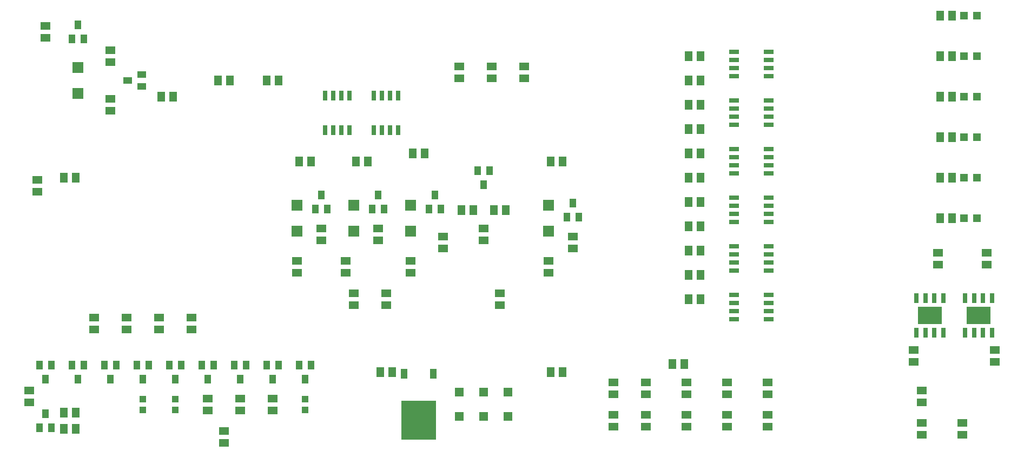
<source format=gbr>
G04 EAGLE Gerber X2 export*
%TF.Part,Single*%
%TF.FileFunction,Paste,Top*%
%TF.FilePolarity,Positive*%
%TF.GenerationSoftware,Autodesk,EAGLE,9.1.3*%
%TF.CreationDate,2020-03-16T01:18:41Z*%
G75*
%MOMM*%
%FSLAX34Y34*%
%LPD*%
%AMOC8*
5,1,8,0,0,1.08239X$1,22.5*%
G01*
%ADD10R,1.300000X1.500000*%
%ADD11R,1.500000X1.300000*%
%ADD12R,1.000000X1.400000*%
%ADD13R,0.800000X1.532000*%
%ADD14R,3.810000X2.794000*%
%ADD15R,5.400000X6.200000*%
%ADD16R,1.000000X1.600000*%
%ADD17R,1.200000X1.200000*%
%ADD18R,1.525000X0.700000*%
%ADD19R,1.100000X1.000000*%
%ADD20R,0.700000X1.525000*%
%ADD21R,1.700000X1.800000*%
%ADD22R,1.400000X1.000000*%
%ADD23R,1.400000X1.400000*%


D10*
X98400Y165100D03*
X79400Y165100D03*
D11*
X584200Y358800D03*
X584200Y377800D03*
X1422400Y206400D03*
X1422400Y225400D03*
X762000Y358800D03*
X762000Y377800D03*
X330200Y142900D03*
X330200Y161900D03*
X533400Y358800D03*
X533400Y377800D03*
X800100Y733400D03*
X800100Y714400D03*
X749300Y733400D03*
X749300Y714400D03*
X698500Y733400D03*
X698500Y714400D03*
X279400Y320700D03*
X279400Y339700D03*
X228600Y320700D03*
X228600Y339700D03*
X25400Y206400D03*
X25400Y225400D03*
X177800Y320700D03*
X177800Y339700D03*
X127000Y320700D03*
X127000Y339700D03*
X990600Y219100D03*
X990600Y238100D03*
X406400Y212700D03*
X406400Y193700D03*
X1054100Y219100D03*
X1054100Y238100D03*
X355600Y212700D03*
X355600Y193700D03*
X1117600Y219100D03*
X1117600Y238100D03*
X304800Y212700D03*
X304800Y193700D03*
X1181100Y219100D03*
X1181100Y238100D03*
D12*
X60300Y265000D03*
X41300Y265000D03*
X50800Y243000D03*
X466700Y265000D03*
X447700Y265000D03*
X457200Y243000D03*
X415900Y265000D03*
X396900Y265000D03*
X406400Y243000D03*
X365100Y265000D03*
X346100Y265000D03*
X355600Y243000D03*
X314300Y265000D03*
X295300Y265000D03*
X304800Y243000D03*
X263500Y265000D03*
X244500Y265000D03*
X254000Y243000D03*
X212700Y265000D03*
X193700Y265000D03*
X203200Y243000D03*
X161900Y265000D03*
X142900Y265000D03*
X152400Y243000D03*
X111100Y265000D03*
X92100Y265000D03*
X101600Y243000D03*
D13*
X1414140Y315560D03*
X1428120Y315560D03*
X1442080Y315560D03*
X1456060Y315560D03*
X1456060Y370240D03*
X1442080Y370240D03*
X1428120Y370240D03*
X1414140Y370240D03*
D14*
X1435100Y342900D03*
D13*
X1490340Y315560D03*
X1504320Y315560D03*
X1518280Y315560D03*
X1532260Y315560D03*
X1532260Y370240D03*
X1518280Y370240D03*
X1504320Y370240D03*
X1490340Y370240D03*
D14*
X1511300Y342900D03*
D15*
X635000Y178200D03*
D16*
X657800Y251200D03*
X612200Y251200D03*
D17*
X1509100Y749300D03*
X1488100Y749300D03*
X1509100Y685800D03*
X1488100Y685800D03*
X1509100Y622300D03*
X1488100Y622300D03*
X1509100Y558800D03*
X1488100Y558800D03*
X1509100Y495300D03*
X1488100Y495300D03*
X1509100Y812800D03*
X1488100Y812800D03*
D18*
X1128580Y374650D03*
X1128580Y361950D03*
X1128580Y349250D03*
X1128580Y336550D03*
X1182820Y336550D03*
X1182820Y349250D03*
X1182820Y361950D03*
X1182820Y374650D03*
X1128580Y527050D03*
X1128580Y514350D03*
X1128580Y501650D03*
X1128580Y488950D03*
X1182820Y488950D03*
X1182820Y501650D03*
X1182820Y514350D03*
X1182820Y527050D03*
X1128580Y450850D03*
X1128580Y438150D03*
X1128580Y425450D03*
X1128580Y412750D03*
X1182820Y412750D03*
X1182820Y425450D03*
X1182820Y438150D03*
X1182820Y450850D03*
X1128580Y603250D03*
X1128580Y590550D03*
X1128580Y577850D03*
X1128580Y565150D03*
X1182820Y565150D03*
X1182820Y577850D03*
X1182820Y590550D03*
X1182820Y603250D03*
X1128580Y679450D03*
X1128580Y666750D03*
X1128580Y654050D03*
X1128580Y641350D03*
X1182820Y641350D03*
X1182820Y654050D03*
X1182820Y666750D03*
X1182820Y679450D03*
X1128580Y755650D03*
X1128580Y742950D03*
X1128580Y730250D03*
X1128580Y717550D03*
X1182820Y717550D03*
X1182820Y730250D03*
X1182820Y742950D03*
X1182820Y755650D03*
D11*
X939800Y187300D03*
X939800Y168300D03*
X1422400Y155600D03*
X1422400Y174600D03*
X1485900Y155600D03*
X1485900Y174600D03*
D19*
X457200Y194700D03*
X457200Y211700D03*
D10*
X1057300Y482600D03*
X1076300Y482600D03*
X1057300Y520700D03*
X1076300Y520700D03*
X1451000Y749300D03*
X1470000Y749300D03*
X1451000Y685800D03*
X1470000Y685800D03*
X1451000Y622300D03*
X1470000Y622300D03*
X1451000Y558800D03*
X1470000Y558800D03*
X1050900Y266700D03*
X1031900Y266700D03*
D11*
X939800Y219100D03*
X939800Y238100D03*
D10*
X1076300Y368300D03*
X1057300Y368300D03*
D11*
X1536700Y269900D03*
X1536700Y288900D03*
X1409700Y288900D03*
X1409700Y269900D03*
X1447800Y441300D03*
X1447800Y422300D03*
X1524000Y422300D03*
X1524000Y441300D03*
D10*
X1451000Y495300D03*
X1470000Y495300D03*
X1076300Y444500D03*
X1057300Y444500D03*
X1057300Y406400D03*
X1076300Y406400D03*
X1076300Y596900D03*
X1057300Y596900D03*
X1057300Y558800D03*
X1076300Y558800D03*
X79400Y190500D03*
X98400Y190500D03*
X1076300Y673100D03*
X1057300Y673100D03*
X1057300Y635000D03*
X1076300Y635000D03*
X1076300Y749300D03*
X1057300Y749300D03*
X1057300Y711200D03*
X1076300Y711200D03*
X841400Y254000D03*
X860400Y254000D03*
X574700Y254000D03*
X593700Y254000D03*
X1451000Y812800D03*
X1470000Y812800D03*
D11*
X990600Y168300D03*
X990600Y187300D03*
X1054100Y168300D03*
X1054100Y187300D03*
X1117600Y168300D03*
X1117600Y187300D03*
D19*
X254000Y194700D03*
X254000Y211700D03*
X203200Y194700D03*
X203200Y211700D03*
D11*
X1181100Y168300D03*
X1181100Y187300D03*
D12*
X41300Y166800D03*
X60300Y166800D03*
X50800Y188800D03*
D20*
X565150Y633280D03*
X577850Y633280D03*
X590550Y633280D03*
X603250Y633280D03*
X603250Y687520D03*
X590550Y687520D03*
X577850Y687520D03*
X565150Y687520D03*
X488950Y633280D03*
X501650Y633280D03*
X514350Y633280D03*
X527050Y633280D03*
X527050Y687520D03*
X514350Y687520D03*
X501650Y687520D03*
X488950Y687520D03*
D12*
X482600Y531700D03*
X492100Y509700D03*
X473100Y509700D03*
X571500Y531700D03*
X581000Y509700D03*
X562000Y509700D03*
D11*
X482600Y460400D03*
X482600Y479400D03*
D10*
X447700Y584200D03*
X466700Y584200D03*
D11*
X571500Y479400D03*
X571500Y460400D03*
D10*
X555600Y584200D03*
X536600Y584200D03*
D12*
X660400Y531700D03*
X669900Y509700D03*
X650900Y509700D03*
D11*
X673100Y447700D03*
X673100Y466700D03*
D10*
X625500Y596900D03*
X644500Y596900D03*
D21*
X444500Y515800D03*
X444500Y474800D03*
X533400Y515800D03*
X533400Y474800D03*
X622300Y515800D03*
X622300Y474800D03*
D12*
X746100Y569800D03*
X727100Y569800D03*
X736600Y547800D03*
D11*
X736600Y479400D03*
X736600Y460400D03*
D10*
X720700Y508000D03*
X701700Y508000D03*
X752500Y508000D03*
X771500Y508000D03*
D11*
X520700Y428600D03*
X520700Y409600D03*
X444500Y428600D03*
X444500Y409600D03*
X622300Y428600D03*
X622300Y409600D03*
D12*
X876300Y519000D03*
X885800Y497000D03*
X866800Y497000D03*
D11*
X876300Y447700D03*
X876300Y466700D03*
D10*
X841400Y584200D03*
X860400Y584200D03*
D21*
X838200Y515800D03*
X838200Y474800D03*
D11*
X838200Y428600D03*
X838200Y409600D03*
X38100Y555600D03*
X38100Y536600D03*
D10*
X79400Y558800D03*
X98400Y558800D03*
D22*
X179500Y711200D03*
X201500Y720700D03*
X201500Y701700D03*
D10*
X250800Y685800D03*
X231800Y685800D03*
D11*
X152400Y663600D03*
X152400Y682600D03*
D21*
X101600Y690700D03*
X101600Y731700D03*
D11*
X152400Y739800D03*
X152400Y758800D03*
D23*
X698500Y222200D03*
X698500Y184200D03*
X736600Y222200D03*
X736600Y184200D03*
X774700Y222200D03*
X774700Y184200D03*
D12*
X92100Y776400D03*
X111100Y776400D03*
X101600Y798400D03*
D10*
X339700Y711200D03*
X320700Y711200D03*
D11*
X50800Y796900D03*
X50800Y777900D03*
D10*
X396900Y711200D03*
X415900Y711200D03*
M02*

</source>
